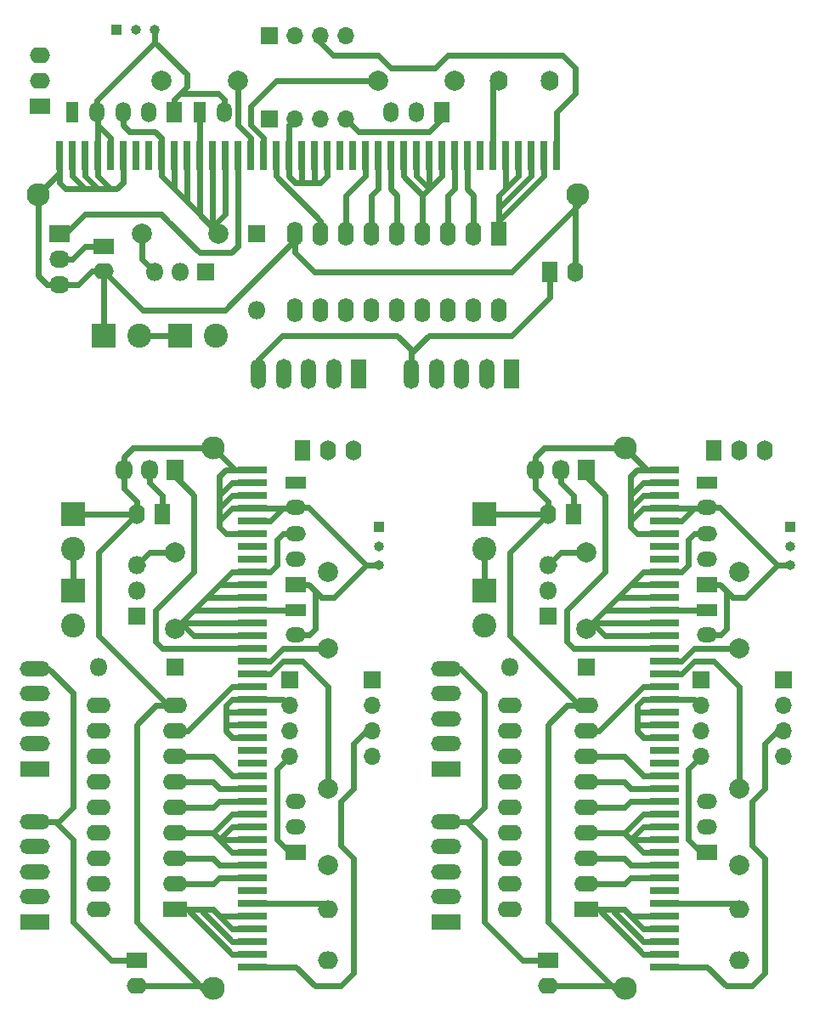
<source format=gtl>
%MOIN*%
%OFA0B0*%
%FSLAX46Y46*%
%IPPOS*%
%LPD*%
%ADD10C,0.0039370078740157488*%
%ADD11R,0.070866141732283464X0.070866141732283464*%
%ADD12O,0.070866141732283464X0.070866141732283464*%
%ADD13R,0.03937007874015748X0.03937007874015748*%
%ADD14O,0.03937007874015748X0.03937007874015748*%
%ADD15R,0.066929133858267723X0.066929133858267723*%
%ADD16O,0.066929133858267723X0.066929133858267723*%
%ADD17O,0.07874015748031496X0.07*%
%ADD18R,0.059055118110236227X0.07874015748031496*%
%ADD19O,0.062992125984251982X0.07874015748031496*%
%ADD20R,0.07874015748031496X0.051181102362204731*%
%ADD21O,0.07874015748031496X0.059055118110236227*%
%ADD22R,0.062992125984251982X0.07874015748031496*%
%ADD23O,0.07874015748031496X0.062992125984251982*%
%ADD24R,0.07874015748031496X0.062992125984251982*%
%ADD25O,0.07874015748031496X0.059842519685039376*%
%ADD26R,0.07874015748031496X0.059842519685039376*%
%ADD27R,0.11811023622047245X0.059055118110236227*%
%ADD28O,0.11811023622047245X0.059055118110236227*%
%ADD29R,0.068X0.08*%
%ADD30O,0.068X0.08*%
%ADD31C,0.094488188976377951*%
%ADD32R,0.094488188976377951X0.094488188976377951*%
%ADD33C,0.0905511811023622*%
%ADD34R,0.1141732283464567X0.031496062992125991*%
%ADD35R,0.094488188976377951X0.062992125984251982*%
%ADD36O,0.094488188976377951X0.062992125984251982*%
%ADD37C,0.07874015748031496*%
%ADD38C,0.024000000000000004*%
%ADD49C,0.0039370078740157488*%
%ADD50R,0.070866141732283464X0.070866141732283464*%
%ADD51O,0.070866141732283464X0.070866141732283464*%
%ADD52R,0.03937007874015748X0.03937007874015748*%
%ADD53O,0.03937007874015748X0.03937007874015748*%
%ADD54R,0.066929133858267723X0.066929133858267723*%
%ADD55O,0.066929133858267723X0.066929133858267723*%
%ADD56O,0.07X0.07874015748031496*%
%ADD57R,0.07874015748031496X0.059055118110236227*%
%ADD58O,0.07874015748031496X0.062992125984251982*%
%ADD59R,0.051181102362204731X0.07874015748031496*%
%ADD60O,0.059055118110236227X0.07874015748031496*%
%ADD61R,0.07874015748031496X0.062992125984251982*%
%ADD62O,0.062992125984251982X0.07874015748031496*%
%ADD63R,0.062992125984251982X0.07874015748031496*%
%ADD64O,0.059842519685039376X0.07874015748031496*%
%ADD65R,0.059842519685039376X0.07874015748031496*%
%ADD66R,0.059055118110236227X0.11811023622047245*%
%ADD67O,0.059055118110236227X0.11811023622047245*%
%ADD68R,0.08X0.068*%
%ADD69O,0.08X0.068*%
%ADD70C,0.094488188976377951*%
%ADD71R,0.094488188976377951X0.094488188976377951*%
%ADD72C,0.0905511811023622*%
%ADD73R,0.031496062992125991X0.1141732283464567*%
%ADD74R,0.062992125984251982X0.094488188976377951*%
%ADD75O,0.062992125984251982X0.094488188976377951*%
%ADD76C,0.07874015748031496*%
%ADD77C,0.024000000000000004*%
%ADD78C,0.0039370078740157488*%
%ADD79R,0.070866141732283464X0.070866141732283464*%
%ADD80O,0.070866141732283464X0.070866141732283464*%
%ADD81R,0.03937007874015748X0.03937007874015748*%
%ADD82O,0.03937007874015748X0.03937007874015748*%
%ADD83R,0.066929133858267723X0.066929133858267723*%
%ADD84O,0.066929133858267723X0.066929133858267723*%
%ADD85O,0.07874015748031496X0.07*%
%ADD86R,0.059055118110236227X0.07874015748031496*%
%ADD87O,0.062992125984251982X0.07874015748031496*%
%ADD88R,0.07874015748031496X0.051181102362204731*%
%ADD89O,0.07874015748031496X0.059055118110236227*%
%ADD90R,0.062992125984251982X0.07874015748031496*%
%ADD91O,0.07874015748031496X0.062992125984251982*%
%ADD92R,0.07874015748031496X0.062992125984251982*%
%ADD93O,0.07874015748031496X0.059842519685039376*%
%ADD94R,0.07874015748031496X0.059842519685039376*%
%ADD95R,0.11811023622047245X0.059055118110236227*%
%ADD96O,0.11811023622047245X0.059055118110236227*%
%ADD97R,0.068X0.08*%
%ADD98O,0.068X0.08*%
%ADD99C,0.094488188976377951*%
%ADD100R,0.094488188976377951X0.094488188976377951*%
%ADD101C,0.0905511811023622*%
%ADD102R,0.1141732283464567X0.031496062992125991*%
%ADD103R,0.094488188976377951X0.062992125984251982*%
%ADD104O,0.094488188976377951X0.062992125984251982*%
%ADD105C,0.07874015748031496*%
%ADD106C,0.024000000000000004*%
G01*
D10*
D11*
X-0004799999Y0004650000D02*
X0000650000Y0001350000D03*
D12*
X0000350000Y0001350000D03*
D13*
X0001450000Y0001900000D03*
D14*
X0001450000Y0001825000D03*
X0001450000Y0001750000D03*
D15*
X0001100000Y0001300000D03*
D16*
X0001100000Y0001200000D03*
X0001100000Y0001100000D03*
X0001100000Y0001000000D03*
D15*
X0001425000Y0001300000D03*
D16*
X0001425000Y0001200000D03*
X0001425000Y0001100000D03*
X0001425000Y0001000000D03*
D17*
X0001250000Y0000200000D03*
X0001250000Y0000400000D03*
D18*
X0001150000Y0002200000D03*
D19*
X0001250000Y0002200000D03*
X0001350000Y0002200000D03*
D20*
X0001125000Y0001575000D03*
D21*
X0001125000Y0001476574D03*
D20*
X0001125000Y0002075000D03*
D21*
X0001125000Y0001976574D03*
D22*
X0000600000Y0001950000D03*
D19*
X0000501574Y0001950000D03*
D23*
X0000500000Y0000101574D03*
D24*
X0000500000Y0000200000D03*
D25*
X0001125000Y0001775000D03*
X0001125000Y0001875000D03*
D26*
X0001125000Y0001675000D03*
D25*
X0001125000Y0000725000D03*
X0001125000Y0000825000D03*
D26*
X0001125000Y0000625000D03*
D27*
X0000100000Y0000950000D03*
D28*
X0000100000Y0001048425D03*
X0000100000Y0001146850D03*
X0000100000Y0001245275D03*
X0000100000Y0001343700D03*
D29*
X0000650000Y0002125000D03*
D30*
X0000550000Y0002125000D03*
X0000450000Y0002125000D03*
D31*
X0000250000Y0001812204D03*
D32*
X0000250000Y0001950000D03*
D31*
X0000250000Y0001512204D03*
D32*
X0000250000Y0001650000D03*
D33*
X0000802755Y0002209055D03*
D34*
X0000956299Y0000175000D03*
X0000956299Y0000275000D03*
X0000956299Y0000375000D03*
X0000956299Y0000475000D03*
X0000956299Y0000575000D03*
X0000956299Y0000675000D03*
X0000956299Y0000775000D03*
X0000956299Y0000875000D03*
X0000956299Y0000975000D03*
X0000956299Y0001075000D03*
X0000956299Y0001175000D03*
X0000956299Y0001275000D03*
X0000956299Y0001375000D03*
X0000956299Y0001475000D03*
X0000956299Y0001575000D03*
X0000956299Y0001675000D03*
X0000956299Y0001775000D03*
X0000956299Y0001875000D03*
X0000956299Y0001975000D03*
X0000956299Y0002075000D03*
X0000956299Y0000225000D03*
X0000956299Y0000325000D03*
X0000956299Y0000425000D03*
X0000956299Y0000525000D03*
X0000956299Y0000625000D03*
X0000956299Y0000725000D03*
X0000956299Y0000825000D03*
X0000956299Y0000925000D03*
X0000956299Y0001025000D03*
X0000956299Y0001125000D03*
X0000956299Y0001225000D03*
X0000956299Y0001325000D03*
X0000956299Y0001425000D03*
X0000956299Y0001525000D03*
X0000956299Y0001625000D03*
X0000956299Y0001725000D03*
X0000956299Y0001825000D03*
X0000956299Y0001925000D03*
X0000956299Y0002025000D03*
X0000956299Y0002125000D03*
D33*
X0000802755Y0000090944D03*
D35*
X0000650000Y0000400000D03*
D36*
X0000350000Y0001200000D03*
X0000650000Y0000500000D03*
X0000350000Y0001100000D03*
X0000650000Y0000600000D03*
X0000350000Y0001000000D03*
X0000650000Y0000700000D03*
X0000350000Y0000900000D03*
X0000650000Y0000800000D03*
X0000350000Y0000800000D03*
X0000650000Y0000900000D03*
X0000350000Y0000700000D03*
X0000650000Y0001000000D03*
X0000350000Y0000600000D03*
X0000650000Y0001100000D03*
X0000350000Y0000500000D03*
X0000650000Y0001200000D03*
X0000350000Y0000400000D03*
D27*
X0000100000Y0000350000D03*
D28*
X0000100000Y0000448425D03*
X0000100000Y0000546850D03*
X0000100000Y0000645275D03*
X0000100000Y0000743700D03*
D11*
X0000500000Y0001550000D03*
D12*
X0000500000Y0001650000D03*
X0000500000Y0001750000D03*
D37*
X0000650000Y0001800000D03*
X0000650000Y0001500000D03*
X0001250000Y0000575000D03*
X0001250000Y0000875000D03*
X0001250000Y0001725000D03*
X0001250000Y0001425000D03*
D38*
X0001450000Y0001750000D02*
X0001400000Y0001750000D01*
X0001400000Y0001750000D02*
X0001173425Y0001976574D01*
X0001173425Y0001976574D02*
X0001125000Y0001976574D01*
X0001225000Y0001625000D02*
X0001200000Y0001650000D01*
X0001275000Y0001625000D02*
X0001225000Y0001625000D01*
X0001400000Y0001750000D02*
X0001275000Y0001625000D01*
X0001125000Y0001476574D02*
X0001176574Y0001476574D01*
X0001175000Y0001675000D02*
X0001125000Y0001675000D01*
X0001200000Y0001650000D02*
X0001175000Y0001675000D01*
X0001200000Y0001500000D02*
X0001200000Y0001650000D01*
X0001176574Y0001476574D02*
X0001200000Y0001500000D01*
X0001125000Y0001976574D02*
X0001148425Y0001976574D01*
X0001100000Y0001975000D02*
X0001123425Y0001975000D01*
X0001123425Y0001975000D02*
X0001125000Y0001976574D01*
X0001125000Y0001675000D02*
X0001150000Y0001675000D01*
X0000956299Y0001925000D02*
X0001025000Y0001925000D01*
X0001025000Y0001925000D02*
X0001075000Y0001975000D01*
X0000956299Y0001975000D02*
X0000875000Y0001975000D01*
X0000875000Y0001975000D02*
X0000825000Y0001925000D01*
X0000956299Y0002025000D02*
X0000875000Y0002025000D01*
X0000875000Y0002025000D02*
X0000825000Y0001975000D01*
X0000956299Y0002075000D02*
X0000875000Y0002075000D01*
X0000875000Y0002075000D02*
X0000825000Y0002025000D01*
X0000956299Y0001875000D02*
X0000850000Y0001875000D01*
X0000850000Y0001875000D02*
X0000825000Y0001900000D01*
X0000825000Y0001900000D02*
X0000825000Y0001925000D01*
X0000850000Y0002125000D02*
X0000956299Y0002125000D01*
X0000825000Y0002100000D02*
X0000850000Y0002125000D01*
X0000825000Y0001925000D02*
X0000825000Y0001975000D01*
X0000825000Y0001975000D02*
X0000825000Y0002025000D01*
X0000825000Y0002025000D02*
X0000825000Y0002100000D01*
X0000650000Y0001200000D02*
X0000625000Y0001200000D01*
X0000625000Y0001200000D02*
X0000350000Y0001475000D01*
X0000350000Y0001798425D02*
X0000501574Y0001950000D01*
X0000350000Y0001475000D02*
X0000350000Y0001798425D01*
X0000802755Y0000090944D02*
X0000759055Y0000090944D01*
X0000759055Y0000090944D02*
X0000500000Y0000350000D01*
X0000575000Y0001200000D02*
X0000650000Y0001200000D01*
X0000500000Y0001125000D02*
X0000575000Y0001200000D01*
X0000500000Y0000350000D02*
X0000500000Y0001125000D01*
X0000500000Y0000101574D02*
X0000792126Y0000101574D01*
X0000792126Y0000101574D02*
X0000802755Y0000090944D01*
X0001101574Y0001301574D02*
X0001100000Y0001300000D01*
X0000802755Y0002209055D02*
X0000484055Y0002209055D01*
X0000450000Y0002175000D02*
X0000450000Y0002125000D01*
X0000484055Y0002209055D02*
X0000450000Y0002175000D01*
X0000501574Y0001950000D02*
X0000501574Y0001998425D01*
X0000501574Y0001998425D02*
X0000450000Y0002050000D01*
X0000450000Y0002050000D02*
X0000450000Y0002125000D01*
X0000250000Y0001950000D02*
X0000501574Y0001950000D01*
X0000956299Y0001975000D02*
X0001100000Y0001975000D01*
X0001100000Y0001975000D02*
X0001101574Y0001975000D01*
X0000956299Y0002125000D02*
X0000886811Y0002125000D01*
X0000886811Y0002125000D02*
X0000802755Y0002209055D01*
X0001075000Y0001975000D02*
X0001101574Y0001975000D01*
X0000956299Y0001725000D02*
X0001025000Y0001725000D01*
X0001075000Y0001875000D02*
X0001125000Y0001875000D01*
X0001050000Y0001850000D02*
X0001075000Y0001875000D01*
X0001050000Y0001750000D02*
X0001050000Y0001850000D01*
X0001025000Y0001725000D02*
X0001050000Y0001750000D01*
X0001125000Y0001575000D02*
X0001100000Y0001575000D01*
X0001100000Y0001575000D02*
X0000956299Y0001575000D01*
X0000956299Y0001475000D02*
X0000725000Y0001475000D01*
X0000725000Y0001475000D02*
X0000675000Y0001525000D01*
X0000675000Y0001525000D02*
X0000700000Y0001525000D01*
X0000956299Y0001525000D02*
X0000700000Y0001525000D01*
X0000700000Y0001525000D02*
X0000675000Y0001525000D01*
X0000675000Y0001525000D02*
X0000650000Y0001500000D01*
X0000956299Y0001575000D02*
X0000725000Y0001575000D01*
X0000956299Y0001625000D02*
X0000775000Y0001625000D01*
X0000956299Y0001675000D02*
X0000825000Y0001675000D01*
X0000956299Y0001725000D02*
X0000875000Y0001725000D01*
X0000875000Y0001725000D02*
X0000825000Y0001675000D01*
X0000825000Y0001675000D02*
X0000775000Y0001625000D01*
X0000775000Y0001625000D02*
X0000725000Y0001575000D01*
X0000725000Y0001575000D02*
X0000650000Y0001500000D01*
X0001125000Y0001875000D02*
X0001150000Y0001875000D01*
X0000100000Y0000743700D02*
X0000181299Y0000743700D01*
X0000400000Y0000200000D02*
X0000500000Y0000200000D01*
X0000250000Y0000350000D02*
X0000400000Y0000200000D01*
X0000250000Y0000675000D02*
X0000250000Y0000350000D01*
X0000181299Y0000743700D02*
X0000250000Y0000675000D01*
X0000100000Y0001343700D02*
X0000156299Y0001343700D01*
X0000156299Y0001343700D02*
X0000250000Y0001250000D01*
X0000193700Y0000743700D02*
X0000100000Y0000743700D01*
X0000250000Y0000800000D02*
X0000193700Y0000743700D01*
X0000250000Y0001250000D02*
X0000250000Y0000800000D01*
X0000550000Y0002125000D02*
X0000550000Y0002075000D01*
X0000550000Y0002075000D02*
X0000600000Y0002025000D01*
X0000600000Y0002025000D02*
X0000600000Y0001950000D01*
X0001350000Y0000550000D02*
X0001350000Y0000600000D01*
X0001125000Y0000175000D02*
X0001200000Y0000100000D01*
X0001200000Y0000100000D02*
X0001300000Y0000100000D01*
X0001350000Y0000150000D02*
X0001350000Y0000550000D01*
X0001300000Y0000100000D02*
X0001350000Y0000150000D01*
X0000956299Y0000175000D02*
X0001125000Y0000175000D01*
X0001350000Y0001050000D02*
X0001400000Y0001100000D01*
X0001350000Y0000875000D02*
X0001350000Y0001050000D01*
X0001300000Y0000825000D02*
X0001350000Y0000875000D01*
X0001300000Y0000650000D02*
X0001300000Y0000825000D01*
X0001350000Y0000600000D02*
X0001300000Y0000650000D01*
X0001400000Y0001100000D02*
X0001425000Y0001100000D01*
X0000956299Y0000225000D02*
X0000875000Y0000225000D01*
X0000875000Y0000225000D02*
X0000700000Y0000400000D01*
X0000956299Y0000275000D02*
X0000875000Y0000275000D01*
X0000750000Y0000400000D02*
X0000775000Y0000400000D01*
X0000875000Y0000275000D02*
X0000750000Y0000400000D01*
X0000956299Y0000325000D02*
X0000875000Y0000325000D01*
X0000875000Y0000325000D02*
X0000825000Y0000375000D01*
X0000650000Y0000400000D02*
X0000700000Y0000400000D01*
X0000700000Y0000400000D02*
X0000775000Y0000400000D01*
X0000775000Y0000400000D02*
X0000800000Y0000400000D01*
X0000825000Y0000375000D02*
X0000956299Y0000375000D01*
X0000800000Y0000400000D02*
X0000825000Y0000375000D01*
X0000956299Y0000575000D02*
X0000825000Y0000575000D01*
X0000800000Y0000600000D02*
X0000650000Y0000600000D01*
X0000825000Y0000575000D02*
X0000800000Y0000600000D01*
X0000956299Y0000775000D02*
X0000875000Y0000775000D01*
X0000875000Y0000775000D02*
X0000800000Y0000700000D01*
X0000956299Y0000725000D02*
X0000875000Y0000725000D01*
X0000875000Y0000725000D02*
X0000825000Y0000675000D01*
X0000956299Y0000625000D02*
X0000875000Y0000625000D01*
X0000875000Y0000625000D02*
X0000825000Y0000675000D01*
X0000956299Y0000675000D02*
X0000825000Y0000675000D01*
X0000800000Y0000700000D02*
X0000650000Y0000700000D01*
X0000825000Y0000675000D02*
X0000800000Y0000700000D01*
X0000956299Y0000875000D02*
X0000825000Y0000875000D01*
X0000800000Y0000900000D02*
X0000650000Y0000900000D01*
X0000825000Y0000875000D02*
X0000800000Y0000900000D01*
X0000956299Y0001175000D02*
X0000850000Y0001175000D01*
X0000956299Y0001125000D02*
X0000850000Y0001125000D01*
X0000956299Y0001075000D02*
X0000875000Y0001075000D01*
X0000875000Y0001225000D02*
X0000956299Y0001225000D01*
X0000850000Y0001200000D02*
X0000875000Y0001225000D01*
X0000850000Y0001100000D02*
X0000850000Y0001125000D01*
X0000850000Y0001125000D02*
X0000850000Y0001175000D01*
X0000850000Y0001175000D02*
X0000850000Y0001200000D01*
X0000875000Y0001075000D02*
X0000850000Y0001100000D01*
X0000956299Y0001225000D02*
X0001075000Y0001225000D01*
X0001075000Y0001225000D02*
X0001100000Y0001200000D01*
X0000956299Y0001275000D02*
X0000875000Y0001275000D01*
X0000700000Y0001100000D02*
X0000650000Y0001100000D01*
X0000875000Y0001275000D02*
X0000700000Y0001100000D01*
X0000956299Y0001375000D02*
X0001025000Y0001375000D01*
X0001075000Y0001425000D02*
X0001250000Y0001425000D01*
X0001025000Y0001375000D02*
X0001075000Y0001425000D01*
X0000956299Y0000425000D02*
X0001225000Y0000425000D01*
X0001225000Y0000425000D02*
X0001250000Y0000400000D01*
X0000956299Y0000525000D02*
X0000825000Y0000525000D01*
X0000800000Y0000500000D02*
X0000650000Y0000500000D01*
X0000825000Y0000525000D02*
X0000800000Y0000500000D01*
X0000956299Y0000825000D02*
X0000825000Y0000825000D01*
X0000800000Y0000800000D02*
X0000650000Y0000800000D01*
X0000825000Y0000825000D02*
X0000800000Y0000800000D01*
X0000956299Y0000925000D02*
X0000875000Y0000925000D01*
X0000800000Y0001000000D02*
X0000650000Y0001000000D01*
X0000875000Y0000925000D02*
X0000800000Y0001000000D01*
X0001250000Y0000875000D02*
X0001250000Y0001275000D01*
X0001025000Y0001325000D02*
X0000956299Y0001325000D01*
X0001075000Y0001375000D02*
X0001025000Y0001325000D01*
X0001150000Y0001375000D02*
X0001075000Y0001375000D01*
X0001250000Y0001275000D02*
X0001150000Y0001375000D01*
X0000956299Y0001425000D02*
X0000600000Y0001425000D01*
X0000725000Y0002025000D02*
X0000650000Y0002100000D01*
X0000725000Y0001925000D02*
X0000725000Y0002025000D01*
X0000725000Y0001725000D02*
X0000725000Y0001925000D01*
X0000700000Y0001700000D02*
X0000725000Y0001725000D01*
X0000575000Y0001575000D02*
X0000700000Y0001700000D01*
X0000575000Y0001450000D02*
X0000575000Y0001575000D01*
X0000600000Y0001425000D02*
X0000575000Y0001450000D01*
X0000650000Y0002100000D02*
X0000650000Y0002125000D01*
X0000250000Y0001812204D02*
X0000250000Y0001650000D01*
X0001125000Y0000625000D02*
X0001100000Y0000625000D01*
X0001100000Y0000625000D02*
X0001050000Y0000675000D01*
X0001050000Y0000950000D02*
X0001100000Y0001000000D01*
X0001050000Y0000675000D02*
X0001050000Y0000950000D01*
X0001125000Y0000625000D02*
X0001150000Y0000625000D01*
X0001125000Y0000625000D02*
X0001100000Y0000625000D01*
X0000650000Y0001800000D02*
X0000550000Y0001800000D01*
X0000550000Y0001800000D02*
X0000500000Y0001750000D01*
X0000525000Y0001750000D02*
X0000500000Y0001750000D01*
G04 next file*
G04 #@! TF.FileFunction,Copper,L1,Top,Signal*
G04 Gerber Fmt 4.6, Leading zero omitted, Abs format (unit mm)*
G04 Created by KiCad (PCBNEW 4.0.6) date 09/25/19 08:33:56*
G01*
G04 APERTURE LIST*
G04 APERTURE END LIST*
D49*
D50*
X-0002327165Y-0002398425D02*
X0000972834Y0003051574D03*
D51*
X0000972834Y0002751574D03*
D52*
X0000422834Y0003851574D03*
D53*
X0000497834Y0003851574D03*
X0000572834Y0003851574D03*
D54*
X0001022834Y0003501574D03*
D55*
X0001122834Y0003501574D03*
X0001222834Y0003501574D03*
X0001322834Y0003501574D03*
D54*
X0001022834Y0003826574D03*
D55*
X0001122834Y0003826574D03*
X0001222834Y0003826574D03*
X0001322834Y0003826574D03*
D56*
X0002122834Y0003651574D03*
X0001922834Y0003651574D03*
D57*
X0000122834Y0003551574D03*
D58*
X0000122834Y0003651574D03*
X0000122834Y0003751574D03*
D59*
X0000747834Y0003526574D03*
D60*
X0000846259Y0003526574D03*
D59*
X0000247834Y0003526574D03*
D60*
X0000346259Y0003526574D03*
D61*
X0000372834Y0003001574D03*
D58*
X0000372834Y0002903149D03*
D62*
X0002221259Y0002901574D03*
D63*
X0002122834Y0002901574D03*
D64*
X0000547834Y0003526574D03*
X0000447834Y0003526574D03*
D65*
X0000647834Y0003526574D03*
D64*
X0001597834Y0003526574D03*
X0001497834Y0003526574D03*
D65*
X0001697834Y0003526574D03*
D66*
X0001372834Y0002501574D03*
D67*
X0001274409Y0002501574D03*
X0001175984Y0002501574D03*
X0001077559Y0002501574D03*
X0000979133Y0002501574D03*
D68*
X0000197834Y0003051574D03*
D69*
X0000197834Y0002951574D03*
X0000197834Y0002851574D03*
D70*
X0000510629Y0002651574D03*
D71*
X0000372834Y0002651574D03*
D70*
X0000810629Y0002651574D03*
D71*
X0000672834Y0002651574D03*
D72*
X0000113779Y0003204330D03*
D73*
X0002147834Y0003357874D03*
X0002047834Y0003357874D03*
X0001947834Y0003357874D03*
X0001847834Y0003357874D03*
X0001747834Y0003357874D03*
X0001647834Y0003357874D03*
X0001547834Y0003357874D03*
X0001447834Y0003357874D03*
X0001347834Y0003357874D03*
X0001247834Y0003357874D03*
X0001147834Y0003357874D03*
X0001047834Y0003357874D03*
X0000947834Y0003357874D03*
X0000847834Y0003357874D03*
X0000747834Y0003357874D03*
X0000647834Y0003357874D03*
X0000547834Y0003357874D03*
X0000447834Y0003357874D03*
X0000347834Y0003357874D03*
X0000247834Y0003357874D03*
X0002097834Y0003357874D03*
X0001997834Y0003357874D03*
X0001897834Y0003357874D03*
X0001797834Y0003357874D03*
X0001697834Y0003357874D03*
X0001597834Y0003357874D03*
X0001497834Y0003357874D03*
X0001397834Y0003357874D03*
X0001297834Y0003357874D03*
X0001197834Y0003357874D03*
X0001097834Y0003357874D03*
X0000997834Y0003357874D03*
X0000897834Y0003357874D03*
X0000797834Y0003357874D03*
X0000697834Y0003357874D03*
X0000597834Y0003357874D03*
X0000497834Y0003357874D03*
X0000397834Y0003357874D03*
X0000297834Y0003357874D03*
X0000197834Y0003357874D03*
D72*
X0002231889Y0003204330D03*
D74*
X0001922834Y0003051574D03*
D75*
X0001122834Y0002751574D03*
X0001822834Y0003051574D03*
X0001222834Y0002751574D03*
X0001722834Y0003051574D03*
X0001322834Y0002751574D03*
X0001622834Y0003051574D03*
X0001422834Y0002751574D03*
X0001522834Y0003051574D03*
X0001522834Y0002751574D03*
X0001422834Y0003051574D03*
X0001622834Y0002751574D03*
X0001322834Y0003051574D03*
X0001722834Y0002751574D03*
X0001222834Y0003051574D03*
X0001822834Y0002751574D03*
X0001122834Y0003051574D03*
X0001922834Y0002751574D03*
D66*
X0001972834Y0002501574D03*
D67*
X0001874409Y0002501574D03*
X0001775984Y0002501574D03*
X0001677559Y0002501574D03*
X0001579133Y0002501574D03*
D50*
X0000772834Y0002901574D03*
D51*
X0000672834Y0002901574D03*
X0000572834Y0002901574D03*
D76*
X0000522834Y0003051574D03*
X0000822834Y0003051574D03*
X0001747834Y0003651574D03*
X0001447834Y0003651574D03*
X0000597834Y0003651574D03*
X0000897834Y0003651574D03*
D77*
X0000572834Y0003851574D02*
X0000572834Y0003801574D01*
X0000572834Y0003801574D02*
X0000346259Y0003575000D01*
X0000346259Y0003575000D02*
X0000346259Y0003526574D01*
X0000697834Y0003626574D02*
X0000672834Y0003601574D01*
X0000697834Y0003676574D02*
X0000697834Y0003626574D01*
X0000572834Y0003801574D02*
X0000697834Y0003676574D01*
X0000846259Y0003526574D02*
X0000846259Y0003578149D01*
X0000647834Y0003576574D02*
X0000647834Y0003526574D01*
X0000672834Y0003601574D02*
X0000647834Y0003576574D01*
X0000822834Y0003601574D02*
X0000672834Y0003601574D01*
X0000846259Y0003578149D02*
X0000822834Y0003601574D01*
X0000346259Y0003526574D02*
X0000346259Y0003550000D01*
X0000347834Y0003501574D02*
X0000347834Y0003525000D01*
X0000347834Y0003525000D02*
X0000346259Y0003526574D01*
X0000647834Y0003526574D02*
X0000647834Y0003551574D01*
X0000397834Y0003357874D02*
X0000397834Y0003426574D01*
X0000397834Y0003426574D02*
X0000347834Y0003476574D01*
X0000347834Y0003357874D02*
X0000347834Y0003276574D01*
X0000347834Y0003276574D02*
X0000397834Y0003226574D01*
X0000297834Y0003357874D02*
X0000297834Y0003276574D01*
X0000297834Y0003276574D02*
X0000347834Y0003226574D01*
X0000247834Y0003357874D02*
X0000247834Y0003276574D01*
X0000247834Y0003276574D02*
X0000297834Y0003226574D01*
X0000447834Y0003357874D02*
X0000447834Y0003251574D01*
X0000447834Y0003251574D02*
X0000422834Y0003226574D01*
X0000422834Y0003226574D02*
X0000397834Y0003226574D01*
X0000197834Y0003251574D02*
X0000197834Y0003357874D01*
X0000222834Y0003226574D02*
X0000197834Y0003251574D01*
X0000397834Y0003226574D02*
X0000347834Y0003226574D01*
X0000347834Y0003226574D02*
X0000297834Y0003226574D01*
X0000297834Y0003226574D02*
X0000222834Y0003226574D01*
X0001122834Y0003051574D02*
X0001122834Y0003026574D01*
X0001122834Y0003026574D02*
X0000847834Y0002751574D01*
X0000524409Y0002751574D02*
X0000372834Y0002903149D01*
X0000847834Y0002751574D02*
X0000524409Y0002751574D01*
X0002231889Y0003204330D02*
X0002231889Y0003160629D01*
X0002231889Y0003160629D02*
X0001972834Y0002901574D01*
X0001122834Y0002976574D02*
X0001122834Y0003051574D01*
X0001197834Y0002901574D02*
X0001122834Y0002976574D01*
X0001972834Y0002901574D02*
X0001197834Y0002901574D01*
X0002221259Y0002901574D02*
X0002221259Y0003193700D01*
X0002221259Y0003193700D02*
X0002231889Y0003204330D01*
X0001021259Y0003503149D02*
X0001022834Y0003501574D01*
X0000113779Y0003204330D02*
X0000113779Y0002885629D01*
X0000147834Y0002851574D02*
X0000197834Y0002851574D01*
X0000113779Y0002885629D02*
X0000147834Y0002851574D01*
X0000372834Y0002903149D02*
X0000324409Y0002903149D01*
X0000324409Y0002903149D02*
X0000272834Y0002851574D01*
X0000272834Y0002851574D02*
X0000197834Y0002851574D01*
X0000372834Y0002651574D02*
X0000372834Y0002903149D01*
X0000347834Y0003357874D02*
X0000347834Y0003501574D01*
X0000347834Y0003501574D02*
X0000347834Y0003503149D01*
X0000197834Y0003357874D02*
X0000197834Y0003288385D01*
X0000197834Y0003288385D02*
X0000113779Y0003204330D01*
X0000347834Y0003476574D02*
X0000347834Y0003503149D01*
X0000597834Y0003357874D02*
X0000597834Y0003426574D01*
X0000447834Y0003476574D02*
X0000447834Y0003526574D01*
X0000472834Y0003451574D02*
X0000447834Y0003476574D01*
X0000572834Y0003451574D02*
X0000472834Y0003451574D01*
X0000597834Y0003426574D02*
X0000572834Y0003451574D01*
X0000747834Y0003526574D02*
X0000747834Y0003501574D01*
X0000747834Y0003501574D02*
X0000747834Y0003357874D01*
X0000847834Y0003357874D02*
X0000847834Y0003126574D01*
X0000847834Y0003126574D02*
X0000797834Y0003076574D01*
X0000797834Y0003076574D02*
X0000797834Y0003101574D01*
X0000797834Y0003357874D02*
X0000797834Y0003101574D01*
X0000797834Y0003101574D02*
X0000797834Y0003076574D01*
X0000797834Y0003076574D02*
X0000822834Y0003051574D01*
X0000747834Y0003357874D02*
X0000747834Y0003126574D01*
X0000697834Y0003357874D02*
X0000697834Y0003176574D01*
X0000647834Y0003357874D02*
X0000647834Y0003226574D01*
X0000597834Y0003357874D02*
X0000597834Y0003276574D01*
X0000597834Y0003276574D02*
X0000647834Y0003226574D01*
X0000647834Y0003226574D02*
X0000697834Y0003176574D01*
X0000697834Y0003176574D02*
X0000747834Y0003126574D01*
X0000747834Y0003126574D02*
X0000822834Y0003051574D01*
X0000447834Y0003526574D02*
X0000447834Y0003551574D01*
X0001579133Y0002501574D02*
X0001579133Y0002582874D01*
X0002122834Y0002801574D02*
X0002122834Y0002901574D01*
X0001972834Y0002651574D02*
X0002122834Y0002801574D01*
X0001647834Y0002651574D02*
X0001972834Y0002651574D01*
X0001579133Y0002582874D02*
X0001647834Y0002651574D01*
X0000979133Y0002501574D02*
X0000979133Y0002557874D01*
X0000979133Y0002557874D02*
X0001072834Y0002651574D01*
X0001579133Y0002595275D02*
X0001579133Y0002501574D01*
X0001522834Y0002651574D02*
X0001579133Y0002595275D01*
X0001072834Y0002651574D02*
X0001522834Y0002651574D01*
X0000197834Y0002951574D02*
X0000247834Y0002951574D01*
X0000247834Y0002951574D02*
X0000297834Y0003001574D01*
X0000297834Y0003001574D02*
X0000372834Y0003001574D01*
X0001772834Y0003751574D02*
X0001722834Y0003751574D01*
X0002147834Y0003526574D02*
X0002222834Y0003601574D01*
X0002222834Y0003601574D02*
X0002222834Y0003701574D01*
X0002172834Y0003751574D02*
X0001772834Y0003751574D01*
X0002222834Y0003701574D02*
X0002172834Y0003751574D01*
X0002147834Y0003357874D02*
X0002147834Y0003526574D01*
X0001272834Y0003751574D02*
X0001222834Y0003801574D01*
X0001447834Y0003751574D02*
X0001272834Y0003751574D01*
X0001497834Y0003701574D02*
X0001447834Y0003751574D01*
X0001672834Y0003701574D02*
X0001497834Y0003701574D01*
X0001722834Y0003751574D02*
X0001672834Y0003701574D01*
X0001222834Y0003801574D02*
X0001222834Y0003826574D01*
X0002097834Y0003357874D02*
X0002097834Y0003276574D01*
X0002097834Y0003276574D02*
X0001922834Y0003101574D01*
X0002047834Y0003357874D02*
X0002047834Y0003276574D01*
X0001922834Y0003151574D02*
X0001922834Y0003176574D01*
X0002047834Y0003276574D02*
X0001922834Y0003151574D01*
X0001997834Y0003357874D02*
X0001997834Y0003276574D01*
X0001997834Y0003276574D02*
X0001947834Y0003226574D01*
X0001922834Y0003051574D02*
X0001922834Y0003101574D01*
X0001922834Y0003101574D02*
X0001922834Y0003176574D01*
X0001922834Y0003176574D02*
X0001922834Y0003201574D01*
X0001947834Y0003226574D02*
X0001947834Y0003357874D01*
X0001922834Y0003201574D02*
X0001947834Y0003226574D01*
X0001747834Y0003357874D02*
X0001747834Y0003226574D01*
X0001722834Y0003201574D02*
X0001722834Y0003051574D01*
X0001747834Y0003226574D02*
X0001722834Y0003201574D01*
X0001547834Y0003357874D02*
X0001547834Y0003276574D01*
X0001547834Y0003276574D02*
X0001622834Y0003201574D01*
X0001597834Y0003357874D02*
X0001597834Y0003276574D01*
X0001597834Y0003276574D02*
X0001647834Y0003226574D01*
X0001697834Y0003357874D02*
X0001697834Y0003276574D01*
X0001697834Y0003276574D02*
X0001647834Y0003226574D01*
X0001647834Y0003357874D02*
X0001647834Y0003226574D01*
X0001622834Y0003201574D02*
X0001622834Y0003051574D01*
X0001647834Y0003226574D02*
X0001622834Y0003201574D01*
X0001447834Y0003357874D02*
X0001447834Y0003226574D01*
X0001422834Y0003201574D02*
X0001422834Y0003051574D01*
X0001447834Y0003226574D02*
X0001422834Y0003201574D01*
X0001147834Y0003357874D02*
X0001147834Y0003251574D01*
X0001197834Y0003357874D02*
X0001197834Y0003251574D01*
X0001247834Y0003357874D02*
X0001247834Y0003276574D01*
X0001097834Y0003276574D02*
X0001097834Y0003357874D01*
X0001122834Y0003251574D02*
X0001097834Y0003276574D01*
X0001222834Y0003251574D02*
X0001197834Y0003251574D01*
X0001197834Y0003251574D02*
X0001147834Y0003251574D01*
X0001147834Y0003251574D02*
X0001122834Y0003251574D01*
X0001247834Y0003276574D02*
X0001222834Y0003251574D01*
X0001097834Y0003357874D02*
X0001097834Y0003476574D01*
X0001097834Y0003476574D02*
X0001122834Y0003501574D01*
X0001047834Y0003357874D02*
X0001047834Y0003276574D01*
X0001222834Y0003101574D02*
X0001222834Y0003051574D01*
X0001047834Y0003276574D02*
X0001222834Y0003101574D01*
X0000947834Y0003357874D02*
X0000947834Y0003426574D01*
X0000897834Y0003476574D02*
X0000897834Y0003651574D01*
X0000947834Y0003426574D02*
X0000897834Y0003476574D01*
X0001897834Y0003357874D02*
X0001897834Y0003626574D01*
X0001897834Y0003626574D02*
X0001922834Y0003651574D01*
X0001797834Y0003357874D02*
X0001797834Y0003226574D01*
X0001822834Y0003201574D02*
X0001822834Y0003051574D01*
X0001797834Y0003226574D02*
X0001822834Y0003201574D01*
X0001497834Y0003357874D02*
X0001497834Y0003226574D01*
X0001522834Y0003201574D02*
X0001522834Y0003051574D01*
X0001497834Y0003226574D02*
X0001522834Y0003201574D01*
X0001397834Y0003357874D02*
X0001397834Y0003276574D01*
X0001322834Y0003201574D02*
X0001322834Y0003051574D01*
X0001397834Y0003276574D02*
X0001322834Y0003201574D01*
X0001447834Y0003651574D02*
X0001047834Y0003651574D01*
X0000997834Y0003426574D02*
X0000997834Y0003357874D01*
X0000947834Y0003476574D02*
X0000997834Y0003426574D01*
X0000947834Y0003551574D02*
X0000947834Y0003476574D01*
X0001047834Y0003651574D02*
X0000947834Y0003551574D01*
X0000897834Y0003357874D02*
X0000897834Y0003001574D01*
X0000297834Y0003126574D02*
X0000222834Y0003051574D01*
X0000397834Y0003126574D02*
X0000297834Y0003126574D01*
X0000597834Y0003126574D02*
X0000397834Y0003126574D01*
X0000622834Y0003101574D02*
X0000597834Y0003126574D01*
X0000747834Y0002976574D02*
X0000622834Y0003101574D01*
X0000872834Y0002976574D02*
X0000747834Y0002976574D01*
X0000897834Y0003001574D02*
X0000872834Y0002976574D01*
X0000222834Y0003051574D02*
X0000197834Y0003051574D01*
X0000510629Y0002651574D02*
X0000672834Y0002651574D01*
X0001697834Y0003526574D02*
X0001697834Y0003501574D01*
X0001697834Y0003501574D02*
X0001647834Y0003451574D01*
X0001372834Y0003451574D02*
X0001322834Y0003501574D01*
X0001647834Y0003451574D02*
X0001372834Y0003451574D01*
X0001697834Y0003526574D02*
X0001697834Y0003551574D01*
X0001697834Y0003526574D02*
X0001697834Y0003501574D01*
X0000522834Y0003051574D02*
X0000522834Y0002951574D01*
X0000522834Y0002951574D02*
X0000572834Y0002901574D01*
X0000572834Y0002926574D02*
X0000572834Y0002901574D01*
G04 next file*
G04 #@! TF.FileFunction,Copper,L1,Top,Signal*
G04 Gerber Fmt 4.6, Leading zero omitted, Abs format (unit mm)*
G04 Created by KiCad (PCBNEW 4.0.6) date 09/25/19 08:33:56*
G01*
G04 APERTURE LIST*
G04 APERTURE END LIST*
D78*
D79*
X-0003185826Y0004650000D02*
X0002264173Y0001350000D03*
D80*
X0001964173Y0001350000D03*
D81*
X0003064173Y0001900000D03*
D82*
X0003064173Y0001825000D03*
X0003064173Y0001750000D03*
D83*
X0002714173Y0001300000D03*
D84*
X0002714173Y0001200000D03*
X0002714173Y0001100000D03*
X0002714173Y0001000000D03*
D83*
X0003039173Y0001300000D03*
D84*
X0003039173Y0001200000D03*
X0003039173Y0001100000D03*
X0003039173Y0001000000D03*
D85*
X0002864173Y0000200000D03*
X0002864173Y0000400000D03*
D86*
X0002764173Y0002200000D03*
D87*
X0002864173Y0002200000D03*
X0002964173Y0002200000D03*
D88*
X0002739173Y0001575000D03*
D89*
X0002739173Y0001476574D03*
D88*
X0002739173Y0002075000D03*
D89*
X0002739173Y0001976574D03*
D90*
X0002214173Y0001950000D03*
D87*
X0002115748Y0001950000D03*
D91*
X0002114173Y0000101574D03*
D92*
X0002114173Y0000200000D03*
D93*
X0002739173Y0001775000D03*
X0002739173Y0001875000D03*
D94*
X0002739173Y0001675000D03*
D93*
X0002739173Y0000725000D03*
X0002739173Y0000825000D03*
D94*
X0002739173Y0000625000D03*
D95*
X0001714173Y0000950000D03*
D96*
X0001714173Y0001048425D03*
X0001714173Y0001146850D03*
X0001714173Y0001245275D03*
X0001714173Y0001343700D03*
D97*
X0002264173Y0002125000D03*
D98*
X0002164173Y0002125000D03*
X0002064173Y0002125000D03*
D99*
X0001864173Y0001812204D03*
D100*
X0001864173Y0001950000D03*
D99*
X0001864173Y0001512204D03*
D100*
X0001864173Y0001650000D03*
D101*
X0002416929Y0002209055D03*
D102*
X0002570472Y0000175000D03*
X0002570472Y0000275000D03*
X0002570472Y0000375000D03*
X0002570472Y0000475000D03*
X0002570472Y0000575000D03*
X0002570472Y0000675000D03*
X0002570472Y0000775000D03*
X0002570472Y0000875000D03*
X0002570472Y0000975000D03*
X0002570472Y0001075000D03*
X0002570472Y0001175000D03*
X0002570472Y0001275000D03*
X0002570472Y0001375000D03*
X0002570472Y0001475000D03*
X0002570472Y0001575000D03*
X0002570472Y0001675000D03*
X0002570472Y0001775000D03*
X0002570472Y0001875000D03*
X0002570472Y0001975000D03*
X0002570472Y0002075000D03*
X0002570472Y0000225000D03*
X0002570472Y0000325000D03*
X0002570472Y0000425000D03*
X0002570472Y0000525000D03*
X0002570472Y0000625000D03*
X0002570472Y0000725000D03*
X0002570472Y0000825000D03*
X0002570472Y0000925000D03*
X0002570472Y0001025000D03*
X0002570472Y0001125000D03*
X0002570472Y0001225000D03*
X0002570472Y0001325000D03*
X0002570472Y0001425000D03*
X0002570472Y0001525000D03*
X0002570472Y0001625000D03*
X0002570472Y0001725000D03*
X0002570472Y0001825000D03*
X0002570472Y0001925000D03*
X0002570472Y0002025000D03*
X0002570472Y0002125000D03*
D101*
X0002416929Y0000090944D03*
D103*
X0002264173Y0000400000D03*
D104*
X0001964173Y0001200000D03*
X0002264173Y0000500000D03*
X0001964173Y0001100000D03*
X0002264173Y0000600000D03*
X0001964173Y0001000000D03*
X0002264173Y0000700000D03*
X0001964173Y0000900000D03*
X0002264173Y0000800000D03*
X0001964173Y0000800000D03*
X0002264173Y0000900000D03*
X0001964173Y0000700000D03*
X0002264173Y0001000000D03*
X0001964173Y0000600000D03*
X0002264173Y0001100000D03*
X0001964173Y0000500000D03*
X0002264173Y0001200000D03*
X0001964173Y0000400000D03*
D95*
X0001714173Y0000350000D03*
D96*
X0001714173Y0000448425D03*
X0001714173Y0000546850D03*
X0001714173Y0000645275D03*
X0001714173Y0000743700D03*
D79*
X0002114173Y0001550000D03*
D80*
X0002114173Y0001650000D03*
X0002114173Y0001750000D03*
D105*
X0002264173Y0001800000D03*
X0002264173Y0001500000D03*
X0002864173Y0000575000D03*
X0002864173Y0000875000D03*
X0002864173Y0001725000D03*
X0002864173Y0001425000D03*
D106*
X0003064173Y0001750000D02*
X0003014173Y0001750000D01*
X0003014173Y0001750000D02*
X0002787598Y0001976574D01*
X0002787598Y0001976574D02*
X0002739173Y0001976574D01*
X0002839173Y0001625000D02*
X0002814173Y0001650000D01*
X0002889173Y0001625000D02*
X0002839173Y0001625000D01*
X0003014173Y0001750000D02*
X0002889173Y0001625000D01*
X0002739173Y0001476574D02*
X0002790748Y0001476574D01*
X0002789173Y0001675000D02*
X0002739173Y0001675000D01*
X0002814173Y0001650000D02*
X0002789173Y0001675000D01*
X0002814173Y0001500000D02*
X0002814173Y0001650000D01*
X0002790748Y0001476574D02*
X0002814173Y0001500000D01*
X0002739173Y0001976574D02*
X0002762598Y0001976574D01*
X0002714173Y0001975000D02*
X0002737598Y0001975000D01*
X0002737598Y0001975000D02*
X0002739173Y0001976574D01*
X0002739173Y0001675000D02*
X0002764173Y0001675000D01*
X0002570472Y0001925000D02*
X0002639173Y0001925000D01*
X0002639173Y0001925000D02*
X0002689173Y0001975000D01*
X0002570472Y0001975000D02*
X0002489173Y0001975000D01*
X0002489173Y0001975000D02*
X0002439173Y0001925000D01*
X0002570472Y0002025000D02*
X0002489173Y0002025000D01*
X0002489173Y0002025000D02*
X0002439173Y0001975000D01*
X0002570472Y0002075000D02*
X0002489173Y0002075000D01*
X0002489173Y0002075000D02*
X0002439173Y0002025000D01*
X0002570472Y0001875000D02*
X0002464173Y0001875000D01*
X0002464173Y0001875000D02*
X0002439173Y0001900000D01*
X0002439173Y0001900000D02*
X0002439173Y0001925000D01*
X0002464173Y0002125000D02*
X0002570472Y0002125000D01*
X0002439173Y0002100000D02*
X0002464173Y0002125000D01*
X0002439173Y0001925000D02*
X0002439173Y0001975000D01*
X0002439173Y0001975000D02*
X0002439173Y0002025000D01*
X0002439173Y0002025000D02*
X0002439173Y0002100000D01*
X0002264173Y0001200000D02*
X0002239173Y0001200000D01*
X0002239173Y0001200000D02*
X0001964173Y0001475000D01*
X0001964173Y0001798425D02*
X0002115748Y0001950000D01*
X0001964173Y0001475000D02*
X0001964173Y0001798425D01*
X0002416929Y0000090944D02*
X0002373228Y0000090944D01*
X0002373228Y0000090944D02*
X0002114173Y0000350000D01*
X0002189173Y0001200000D02*
X0002264173Y0001200000D01*
X0002114173Y0001125000D02*
X0002189173Y0001200000D01*
X0002114173Y0000350000D02*
X0002114173Y0001125000D01*
X0002114173Y0000101574D02*
X0002406299Y0000101574D01*
X0002406299Y0000101574D02*
X0002416929Y0000090944D01*
X0002715748Y0001301574D02*
X0002714173Y0001300000D01*
X0002416929Y0002209055D02*
X0002098228Y0002209055D01*
X0002064173Y0002175000D02*
X0002064173Y0002125000D01*
X0002098228Y0002209055D02*
X0002064173Y0002175000D01*
X0002115748Y0001950000D02*
X0002115748Y0001998425D01*
X0002115748Y0001998425D02*
X0002064173Y0002050000D01*
X0002064173Y0002050000D02*
X0002064173Y0002125000D01*
X0001864173Y0001950000D02*
X0002115748Y0001950000D01*
X0002570472Y0001975000D02*
X0002714173Y0001975000D01*
X0002714173Y0001975000D02*
X0002715748Y0001975000D01*
X0002570472Y0002125000D02*
X0002500984Y0002125000D01*
X0002500984Y0002125000D02*
X0002416929Y0002209055D01*
X0002689173Y0001975000D02*
X0002715748Y0001975000D01*
X0002570472Y0001725000D02*
X0002639173Y0001725000D01*
X0002689173Y0001875000D02*
X0002739173Y0001875000D01*
X0002664173Y0001850000D02*
X0002689173Y0001875000D01*
X0002664173Y0001750000D02*
X0002664173Y0001850000D01*
X0002639173Y0001725000D02*
X0002664173Y0001750000D01*
X0002739173Y0001575000D02*
X0002714173Y0001575000D01*
X0002714173Y0001575000D02*
X0002570472Y0001575000D01*
X0002570472Y0001475000D02*
X0002339173Y0001475000D01*
X0002339173Y0001475000D02*
X0002289173Y0001525000D01*
X0002289173Y0001525000D02*
X0002314173Y0001525000D01*
X0002570472Y0001525000D02*
X0002314173Y0001525000D01*
X0002314173Y0001525000D02*
X0002289173Y0001525000D01*
X0002289173Y0001525000D02*
X0002264173Y0001500000D01*
X0002570472Y0001575000D02*
X0002339173Y0001575000D01*
X0002570472Y0001625000D02*
X0002389173Y0001625000D01*
X0002570472Y0001675000D02*
X0002439173Y0001675000D01*
X0002570472Y0001725000D02*
X0002489173Y0001725000D01*
X0002489173Y0001725000D02*
X0002439173Y0001675000D01*
X0002439173Y0001675000D02*
X0002389173Y0001625000D01*
X0002389173Y0001625000D02*
X0002339173Y0001575000D01*
X0002339173Y0001575000D02*
X0002264173Y0001500000D01*
X0002739173Y0001875000D02*
X0002764173Y0001875000D01*
X0001714173Y0000743700D02*
X0001795472Y0000743700D01*
X0002014173Y0000200000D02*
X0002114173Y0000200000D01*
X0001864173Y0000350000D02*
X0002014173Y0000200000D01*
X0001864173Y0000675000D02*
X0001864173Y0000350000D01*
X0001795472Y0000743700D02*
X0001864173Y0000675000D01*
X0001714173Y0001343700D02*
X0001770472Y0001343700D01*
X0001770472Y0001343700D02*
X0001864173Y0001250000D01*
X0001807874Y0000743700D02*
X0001714173Y0000743700D01*
X0001864173Y0000800000D02*
X0001807874Y0000743700D01*
X0001864173Y0001250000D02*
X0001864173Y0000800000D01*
X0002164173Y0002125000D02*
X0002164173Y0002075000D01*
X0002164173Y0002075000D02*
X0002214173Y0002025000D01*
X0002214173Y0002025000D02*
X0002214173Y0001950000D01*
X0002964173Y0000550000D02*
X0002964173Y0000600000D01*
X0002739173Y0000175000D02*
X0002814173Y0000100000D01*
X0002814173Y0000100000D02*
X0002914173Y0000100000D01*
X0002964173Y0000150000D02*
X0002964173Y0000550000D01*
X0002914173Y0000100000D02*
X0002964173Y0000150000D01*
X0002570472Y0000175000D02*
X0002739173Y0000175000D01*
X0002964173Y0001050000D02*
X0003014173Y0001100000D01*
X0002964173Y0000875000D02*
X0002964173Y0001050000D01*
X0002914173Y0000825000D02*
X0002964173Y0000875000D01*
X0002914173Y0000650000D02*
X0002914173Y0000825000D01*
X0002964173Y0000600000D02*
X0002914173Y0000650000D01*
X0003014173Y0001100000D02*
X0003039173Y0001100000D01*
X0002570472Y0000225000D02*
X0002489173Y0000225000D01*
X0002489173Y0000225000D02*
X0002314173Y0000400000D01*
X0002570472Y0000275000D02*
X0002489173Y0000275000D01*
X0002364173Y0000400000D02*
X0002389173Y0000400000D01*
X0002489173Y0000275000D02*
X0002364173Y0000400000D01*
X0002570472Y0000325000D02*
X0002489173Y0000325000D01*
X0002489173Y0000325000D02*
X0002439173Y0000375000D01*
X0002264173Y0000400000D02*
X0002314173Y0000400000D01*
X0002314173Y0000400000D02*
X0002389173Y0000400000D01*
X0002389173Y0000400000D02*
X0002414173Y0000400000D01*
X0002439173Y0000375000D02*
X0002570472Y0000375000D01*
X0002414173Y0000400000D02*
X0002439173Y0000375000D01*
X0002570472Y0000575000D02*
X0002439173Y0000575000D01*
X0002414173Y0000600000D02*
X0002264173Y0000600000D01*
X0002439173Y0000575000D02*
X0002414173Y0000600000D01*
X0002570472Y0000775000D02*
X0002489173Y0000775000D01*
X0002489173Y0000775000D02*
X0002414173Y0000700000D01*
X0002570472Y0000725000D02*
X0002489173Y0000725000D01*
X0002489173Y0000725000D02*
X0002439173Y0000675000D01*
X0002570472Y0000625000D02*
X0002489173Y0000625000D01*
X0002489173Y0000625000D02*
X0002439173Y0000675000D01*
X0002570472Y0000675000D02*
X0002439173Y0000675000D01*
X0002414173Y0000700000D02*
X0002264173Y0000700000D01*
X0002439173Y0000675000D02*
X0002414173Y0000700000D01*
X0002570472Y0000875000D02*
X0002439173Y0000875000D01*
X0002414173Y0000900000D02*
X0002264173Y0000900000D01*
X0002439173Y0000875000D02*
X0002414173Y0000900000D01*
X0002570472Y0001175000D02*
X0002464173Y0001175000D01*
X0002570472Y0001125000D02*
X0002464173Y0001125000D01*
X0002570472Y0001075000D02*
X0002489173Y0001075000D01*
X0002489173Y0001225000D02*
X0002570472Y0001225000D01*
X0002464173Y0001200000D02*
X0002489173Y0001225000D01*
X0002464173Y0001100000D02*
X0002464173Y0001125000D01*
X0002464173Y0001125000D02*
X0002464173Y0001175000D01*
X0002464173Y0001175000D02*
X0002464173Y0001200000D01*
X0002489173Y0001075000D02*
X0002464173Y0001100000D01*
X0002570472Y0001225000D02*
X0002689173Y0001225000D01*
X0002689173Y0001225000D02*
X0002714173Y0001200000D01*
X0002570472Y0001275000D02*
X0002489173Y0001275000D01*
X0002314173Y0001100000D02*
X0002264173Y0001100000D01*
X0002489173Y0001275000D02*
X0002314173Y0001100000D01*
X0002570472Y0001375000D02*
X0002639173Y0001375000D01*
X0002689173Y0001425000D02*
X0002864173Y0001425000D01*
X0002639173Y0001375000D02*
X0002689173Y0001425000D01*
X0002570472Y0000425000D02*
X0002839173Y0000425000D01*
X0002839173Y0000425000D02*
X0002864173Y0000400000D01*
X0002570472Y0000525000D02*
X0002439173Y0000525000D01*
X0002414173Y0000500000D02*
X0002264173Y0000500000D01*
X0002439173Y0000525000D02*
X0002414173Y0000500000D01*
X0002570472Y0000825000D02*
X0002439173Y0000825000D01*
X0002414173Y0000800000D02*
X0002264173Y0000800000D01*
X0002439173Y0000825000D02*
X0002414173Y0000800000D01*
X0002570472Y0000925000D02*
X0002489173Y0000925000D01*
X0002414173Y0001000000D02*
X0002264173Y0001000000D01*
X0002489173Y0000925000D02*
X0002414173Y0001000000D01*
X0002864173Y0000875000D02*
X0002864173Y0001275000D01*
X0002639173Y0001325000D02*
X0002570472Y0001325000D01*
X0002689173Y0001375000D02*
X0002639173Y0001325000D01*
X0002764173Y0001375000D02*
X0002689173Y0001375000D01*
X0002864173Y0001275000D02*
X0002764173Y0001375000D01*
X0002570472Y0001425000D02*
X0002214173Y0001425000D01*
X0002339173Y0002025000D02*
X0002264173Y0002100000D01*
X0002339173Y0001925000D02*
X0002339173Y0002025000D01*
X0002339173Y0001725000D02*
X0002339173Y0001925000D01*
X0002314173Y0001700000D02*
X0002339173Y0001725000D01*
X0002189173Y0001575000D02*
X0002314173Y0001700000D01*
X0002189173Y0001450000D02*
X0002189173Y0001575000D01*
X0002214173Y0001425000D02*
X0002189173Y0001450000D01*
X0002264173Y0002100000D02*
X0002264173Y0002125000D01*
X0001864173Y0001812204D02*
X0001864173Y0001650000D01*
X0002739173Y0000625000D02*
X0002714173Y0000625000D01*
X0002714173Y0000625000D02*
X0002664173Y0000675000D01*
X0002664173Y0000950000D02*
X0002714173Y0001000000D01*
X0002664173Y0000675000D02*
X0002664173Y0000950000D01*
X0002739173Y0000625000D02*
X0002764173Y0000625000D01*
X0002739173Y0000625000D02*
X0002714173Y0000625000D01*
X0002264173Y0001800000D02*
X0002164173Y0001800000D01*
X0002164173Y0001800000D02*
X0002114173Y0001750000D01*
X0002139173Y0001750000D02*
X0002114173Y0001750000D01*
M02*
</source>
